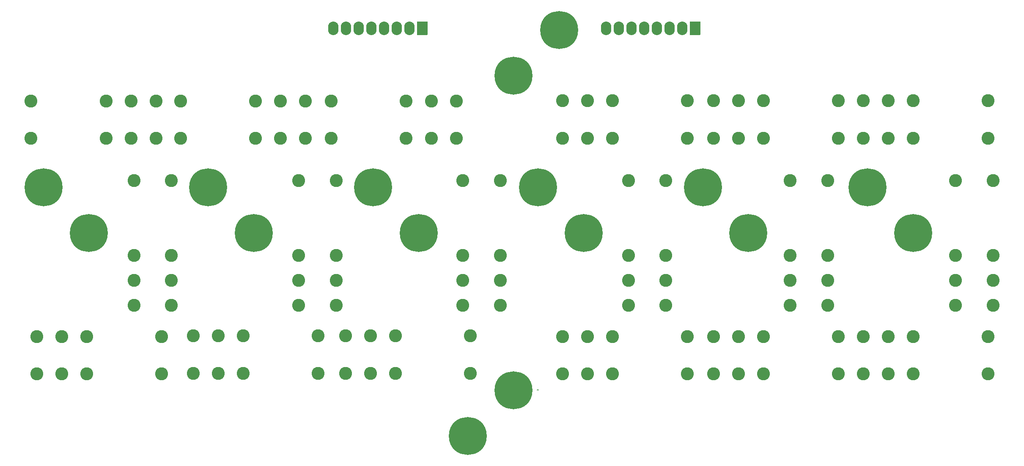
<source format=gts>
G04 Layer: BottomSilkscreenLayer*
G04 EasyEDA Pro v2.1.32.5533625a, 2023-09-11 21:51:51*
G04 Gerber Generator version 0.3*
G04 Scale: 100 percent, Rotated: No, Reflected: No *
G04 Dimensions in millimeters  *
G04 leading zeros omitted , absolute positions ,3 integer and 6 decimal *
G04 #@! TF.GenerationSoftware,KiCad,Pcbnew,(5.1.10)-1*
G04 #@! TF.CreationDate,2023-09-11T23:26:28+08:00*
G04 #@! TF.ProjectId,AntennaSwitch_6x2_RelayBoard,416e7465-6e6e-4615-9377-697463685f36,rev?*
G04 #@! TF.SameCoordinates,Original*
G04 #@! TF.FileFunction,Soldermask,Top*
G04 #@! TF.FilePolarity,Negative*
%FSLAX46Y46*%
G04 Gerber Fmt 4.6, Leading zero omitted, Abs format (unit mm)*
G04 Created by KiCad (PCBNEW (5.1.10)-1) date 2023-09-11 23:26:28*
%MOMM*%
%LPD*%
G01*
G04 APERTURE LIST*
%ADD10C,0.150000*%
%ADD11C,2.602000*%
%ADD12O,2.102000X2.702000*%
%ADD13C,0.902000*%
%ADD14C,7.602000*%
G04 APERTURE END LIST*
D10*
X154712000Y-126373000D02*
X154966000Y-126373000D01*
X154712000Y-126373000D02*
X154966000Y-126373000D01*
D11*
X78420000Y-68554000D03*
X73420000Y-68554000D03*
X68420000Y-68554000D03*
X78420000Y-76054000D03*
X73420000Y-76054000D03*
X68420000Y-76054000D03*
X53420000Y-68554000D03*
X53420000Y-76054000D03*
X108340000Y-68554000D03*
X103340000Y-68554000D03*
X98340000Y-68554000D03*
X108340000Y-76054000D03*
X103340000Y-76054000D03*
X98340000Y-76054000D03*
X83340000Y-68554000D03*
X83340000Y-76054000D03*
X138520000Y-68554000D03*
X133520000Y-68554000D03*
X128520000Y-68554000D03*
X138520000Y-76054000D03*
X133520000Y-76054000D03*
X128520000Y-76054000D03*
X113520000Y-68554000D03*
X113520000Y-76054000D03*
X159811000Y-76000000D03*
X164811000Y-76000000D03*
X169811000Y-76000000D03*
X159811000Y-68500000D03*
X164811000Y-68500000D03*
X169811000Y-68500000D03*
X184811000Y-76000000D03*
X184811000Y-68500000D03*
X190037000Y-76000001D03*
X195037000Y-76000001D03*
X200037000Y-76000001D03*
X190037000Y-68500001D03*
X195037000Y-68500001D03*
X200037000Y-68500001D03*
X215037000Y-76000001D03*
X215037000Y-68500001D03*
X220009000Y-76000000D03*
X225009000Y-76000000D03*
X230009000Y-76000000D03*
X220009000Y-68500000D03*
X225009000Y-68500000D03*
X230009000Y-68500000D03*
X245009000Y-76000000D03*
X245009000Y-68500000D03*
X81500000Y-109500000D03*
X81500000Y-104500000D03*
X81500000Y-99500000D03*
X74000000Y-109500000D03*
X74000000Y-104500000D03*
X74000000Y-99500000D03*
X81500000Y-84500000D03*
X74000000Y-84500000D03*
X114500000Y-109500000D03*
X114500000Y-104500000D03*
X114500000Y-99500000D03*
X107000000Y-109500000D03*
X107000000Y-104500000D03*
X107000000Y-99500000D03*
X114500000Y-84500000D03*
X107000000Y-84500000D03*
X147353000Y-109500000D03*
X147353000Y-104500000D03*
X147353000Y-99500000D03*
X139853000Y-109500000D03*
X139853000Y-104500000D03*
X139853000Y-99500000D03*
X147353000Y-84500000D03*
X139853000Y-84500000D03*
X180500000Y-109500000D03*
X180500000Y-104500000D03*
X180500000Y-99500000D03*
X173000000Y-109500000D03*
X173000000Y-104500000D03*
X173000000Y-99500000D03*
X180500000Y-84500000D03*
X173000000Y-84500000D03*
X212885000Y-109500000D03*
X212885000Y-104500000D03*
X212885000Y-99500000D03*
X205385000Y-109500000D03*
X205385000Y-104500000D03*
X205385000Y-99500000D03*
X212885000Y-84500000D03*
X205385000Y-84500000D03*
X246000000Y-109500001D03*
X246000000Y-104500001D03*
X246000000Y-99500001D03*
X238500000Y-109500001D03*
X238500000Y-104500001D03*
X238500000Y-99500001D03*
X246000000Y-84500001D03*
X238500000Y-84500001D03*
X54528000Y-123213000D03*
X59528000Y-123213000D03*
X64528000Y-123213000D03*
X54528000Y-115713000D03*
X59528000Y-115713000D03*
X64528000Y-115713000D03*
X79528000Y-123213000D03*
X79528000Y-115713000D03*
X85897000Y-123086000D03*
X90897000Y-123086000D03*
X95897000Y-123086000D03*
X85897000Y-115586000D03*
X90897000Y-115586000D03*
X95897000Y-115586000D03*
X110897000Y-123086000D03*
X110897000Y-115586000D03*
X116377000Y-123086000D03*
X121377000Y-123086000D03*
X126377000Y-123086000D03*
X116377000Y-115586000D03*
X121377000Y-115586000D03*
X126377000Y-115586000D03*
X141377000Y-123086000D03*
X141377000Y-115586000D03*
X159811000Y-123213001D03*
X164811000Y-123213001D03*
X169811000Y-123213001D03*
X159811000Y-115713001D03*
X164811000Y-115713001D03*
X169811000Y-115713001D03*
X184811000Y-123213001D03*
X184811000Y-115713001D03*
X190037000Y-123213000D03*
X195037000Y-123213000D03*
X200037000Y-123213000D03*
X190037000Y-115713000D03*
X195037000Y-115713000D03*
X200037000Y-115713000D03*
X215037000Y-123213000D03*
X215037000Y-115713000D03*
X220009000Y-123213001D03*
X225009000Y-123213001D03*
X230009000Y-123213001D03*
X220009000Y-115713001D03*
X225009000Y-115713001D03*
X230009000Y-115713001D03*
X245009000Y-123213001D03*
X245009000Y-115713001D03*
G36*
G01*
X132776000Y-52683000D02*
X132776000Y-55283000D01*
G75*
G02*
X132725000Y-55334000I-51000J0D01*
G01*
X130725000Y-55334000D01*
G75*
G02*
X130674000Y-55283000I0J51000D01*
G01*
X130674000Y-52683000D01*
G75*
G02*
X130725000Y-52632000I51000J0D01*
G01*
X132725000Y-52632000D01*
G75*
G02*
X132776000Y-52683000I0J-51000D01*
G01*
G37*
D12*
X129185000Y-53983000D03*
X126645000Y-53983000D03*
X124105000Y-53983000D03*
X121565000Y-53983000D03*
X119025000Y-53983000D03*
X116485000Y-53983000D03*
X113945000Y-53983000D03*
G36*
G01*
X187386001Y-52683000D02*
X187386001Y-55283000D01*
G75*
G02*
X187335001Y-55334000I-51000J0D01*
G01*
X185335001Y-55334000D01*
G75*
G02*
X185284001Y-55283000I0J51000D01*
G01*
X185284001Y-52683000D01*
G75*
G02*
X185335001Y-52632000I51000J0D01*
G01*
X187335001Y-52632000D01*
G75*
G02*
X187386001Y-52683000I0J-51000D01*
G01*
G37*
X183795001Y-53983000D03*
X181255001Y-53983000D03*
X178715001Y-53983000D03*
X176175001Y-53983000D03*
X173635001Y-53983000D03*
X171095001Y-53983000D03*
X168555001Y-53983000D03*
D13*
X161501570Y-53005000D03*
X161501570Y-55755000D03*
X159120000Y-57130000D03*
X156738430Y-55755000D03*
X156738430Y-53005000D03*
X159120000Y-51630000D03*
D14*
X159120000Y-54380000D03*
X150000000Y-63500000D03*
D13*
X54505000Y-83498430D03*
X57255000Y-83498430D03*
X58630000Y-85880000D03*
X57255000Y-88261570D03*
X54505000Y-88261570D03*
X53130000Y-85880000D03*
D14*
X55880000Y-85880000D03*
X65000000Y-95000000D03*
D13*
X87505000Y-83498430D03*
X90255000Y-83498430D03*
X91630000Y-85880000D03*
X90255000Y-88261570D03*
X87505000Y-88261570D03*
X86130000Y-85880000D03*
D14*
X88880000Y-85880000D03*
X98000000Y-95000000D03*
D13*
X120505000Y-83498430D03*
X123255000Y-83498430D03*
X124630000Y-85880000D03*
X123255000Y-88261570D03*
X120505000Y-88261570D03*
X119130000Y-85880000D03*
D14*
X121880000Y-85880000D03*
X131000000Y-95000000D03*
D13*
X153505000Y-83498430D03*
X156255000Y-83498430D03*
X157630000Y-85880000D03*
X156255000Y-88261570D03*
X153505000Y-88261570D03*
X152130000Y-85880000D03*
D14*
X154880000Y-85880000D03*
X164000000Y-95000000D03*
D13*
X186505000Y-83498430D03*
X189255000Y-83498430D03*
X190630000Y-85880000D03*
X189255000Y-88261570D03*
X186505000Y-88261570D03*
X185130000Y-85880000D03*
D14*
X187880000Y-85880000D03*
X197000000Y-95000000D03*
D13*
X219505000Y-83498430D03*
X222255000Y-83498430D03*
X223630000Y-85880000D03*
X222255000Y-88261570D03*
X219505000Y-88261570D03*
X218130000Y-85880000D03*
D14*
X220880000Y-85880000D03*
X230000000Y-95000000D03*
D13*
X138498430Y-136995000D03*
X138498430Y-134245000D03*
X140880000Y-132870000D03*
X143261570Y-134245000D03*
X143261570Y-136995000D03*
X140880000Y-138370000D03*
D14*
X140880000Y-135620000D03*
X150000000Y-126500000D03*
M02*

</source>
